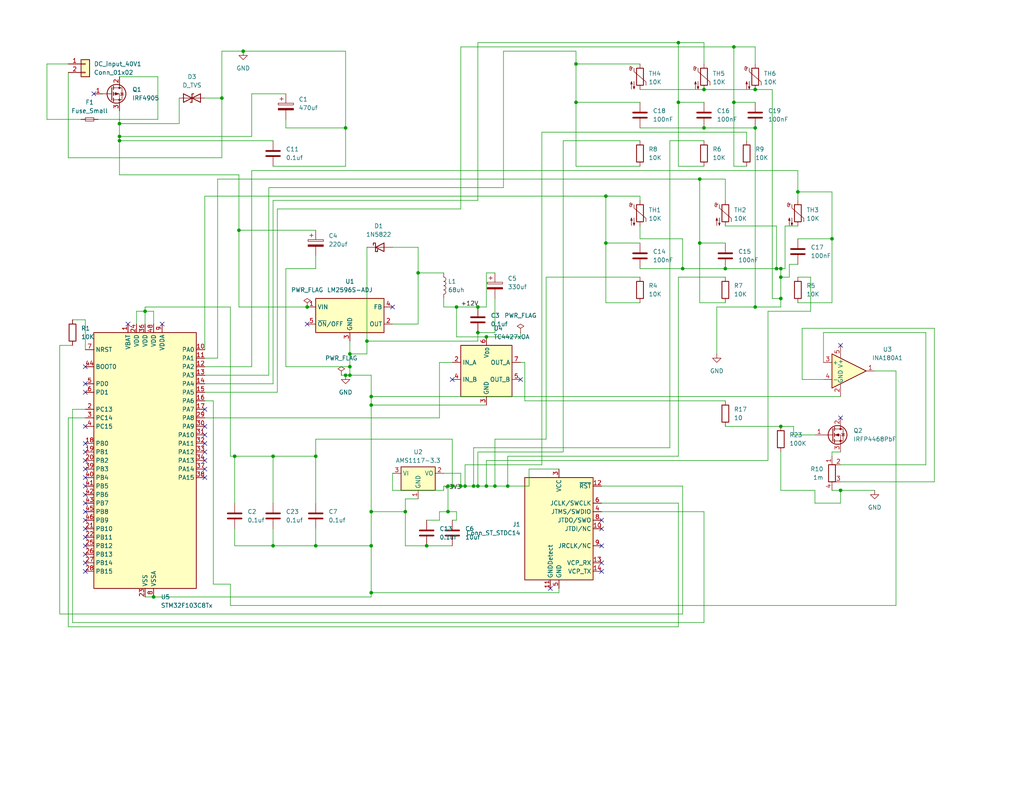
<source format=kicad_sch>
(kicad_sch (version 20250114) (generator "eeschema") (generator_version "9.0")
  (paper "User" 304.8 236.22)
  (lib_symbols
    (symbol "Amplifier_Current:INA180A1" (pin_names (offset 0.127))
      (property "Reference" "U" (at 3.81 3.81 0))
      (property "Value" "INA180A1" (at 3.81 -2.54 0))
      (symbol "INA180A1_1_1"
        (pin input line (at -7.62 2.54 0) (length 2.54) (name "+") (number "3"))
        (pin input line (at -7.62 -2.54 0) (length 2.54) (name "-") (number "4"))
        (pin power_in line (at -2.54 7.62 270) (length 3.81) (name "V+") (number "5"))
        (pin power_in line (at -2.54 -7.62 90) (length 3.81) (name "GND") (number "2"))
        (pin output line (at 7.62 0 180) (length 2.54) (name "~") (number "1"))
      )
    )
    (symbol "Connector:Conn_ST_STDC14"
      (property "Reference" "J" (at -8.89 16.51 0))
      (property "Value" "Conn_ST_STDC14" (at 17.78 16.51 0))
      (symbol "Conn_ST_STDC14_1_1"
        (pin no_connect line (at -10.16 5.08 0) (length 2.54) (hide yes) (name "NC") (number "1"))
        (pin no_connect line (at -10.16 2.54 0) (length 2.54) (hide yes) (name "NC") (number "2"))
        (pin passive line (at -2.54 -17.78 90) (length 2.54) (name "GNDDetect") (number "11"))
        (pin power_in line (at 0 17.78 270) (length 2.54) (name "VCC") (number "3"))
        (pin power_in line (at 0 -17.78 90) (length 2.54) (name "GND") (number "5"))
        (pin passive line (at 0 -17.78 90) (length 2.54) (hide yes) (name "GND") (number "7"))
        (pin open_collector line (at 12.7 12.7 180) (length 2.54) (name "~{RST}") (number "12"))
        (pin output line (at 12.7 7.62 180) (length 2.54) (name "JCLK/SWCLK") (number "6"))
        (pin bidirectional line (at 12.7 5.08 180) (length 2.54) (name "JTMS/SWDIO") (number "4"))
        (pin input line (at 12.7 2.54 180) (length 2.54) (name "JTDO/SWO") (number "8"))
        (pin output line (at 12.7 0 180) (length 2.54) (name "JTDI/NC") (number "10"))
        (pin input line (at 12.7 -5.08 180) (length 2.54) (name "JRCLK/NC") (number "9"))
        (pin output line (at 12.7 -10.16 180) (length 2.54) (name "VCP_RX") (number "13"))
        (pin input line (at 12.7 -12.7 180) (length 2.54) (name "VCP_TX") (number "14"))
      )
    )
    (symbol "Connector_Generic:Conn_01x02" (pin_names (offset 1.016) (hide yes))
      (property "Reference" "J" (at 0 2.54 0))
      (property "Value" "Conn_01x02" (at 0 -5.08 0))
      (symbol "Conn_01x02_1_1"
        (pin passive line (at -5.08 0 0) (length 3.81) (name "Pin_1") (number "1"))
        (pin passive line (at -5.08 -2.54 0) (length 3.81) (name "Pin_2") (number "2"))
      )
    )
    (symbol "Device:C" (pin_numbers (hide yes)) (pin_names (offset 0.254))
      (property "Reference" "C" (at 0.635 2.54 0))
      (property "Value" "C" (at 0.635 -2.54 0))
      (symbol "C_1_1"
        (pin passive line (at 0 3.81 270) (length 2.794) (name "~") (number "1"))
        (pin passive line (at 0 -3.81 90) (length 2.794) (name "~") (number "2"))
      )
    )
    (symbol "Device:C_Polarized" (pin_numbers (hide yes)) (pin_names (offset 0.254))
      (property "Reference" "C" (at 0.635 2.54 0))
      (property "Value" "C_Polarized" (at 0.635 -2.54 0))
      (symbol "C_Polarized_1_1"
        (pin passive line (at 0 3.81 270) (length 2.794) (name "~") (number "1"))
        (pin passive line (at 0 -3.81 90) (length 2.794) (name "~") (number "2"))
      )
    )
    (symbol "Device:D_TVS" (pin_numbers (hide yes)) (pin_names (offset 1.016) (hide yes))
      (property "Reference" "D" (at 0 2.54 0))
      (property "Value" "D_TVS" (at 0 -2.54 0))
      (symbol "D_TVS_1_1"
        (pin passive line (at -3.81 0 0) (length 2.54) (name "A1") (number "1"))
        (pin passive line (at 3.81 0 180) (length 2.54) (name "A2") (number "2"))
      )
    )
    (symbol "Device:Fuse_Small" (pin_numbers (hide yes)) (pin_names (offset 0.254) (hide yes))
      (property "Reference" "F" (at 0 -1.524 0))
      (property "Value" "Fuse_Small" (at 0 1.524 0))
      (symbol "Fuse_Small_1_1"
        (pin passive line (at -2.54 0 0) (length 1.27) (name "~") (number "1"))
        (pin passive line (at 2.54 0 180) (length 1.27) (name "~") (number "2"))
      )
    )
    (symbol "Device:L" (pin_numbers (hide yes)) (pin_names (offset 1.016) (hide yes))
      (property "Reference" "L" (at -1.27 0 90))
      (property "Value" "L" (at 1.905 0 90))
      (symbol "L_1_1"
        (pin passive line (at 0 3.81 270) (length 1.27) (name "1") (number "1"))
        (pin passive line (at 0 -3.81 90) (length 1.27) (name "2") (number "2"))
      )
    )
    (symbol "Device:R" (pin_numbers (hide yes)) (pin_names (offset 0))
      (property "Reference" "R" (at 2.032 0 90))
      (property "Value" "R" (at 0 0 90))
      (symbol "R_1_1"
        (pin passive line (at 0 3.81 270) (length 1.27) (name "~") (number "1"))
        (pin passive line (at 0 -3.81 90) (length 1.27) (name "~") (number "2"))
      )
    )
    (symbol "Device:R_Shunt" (pin_names (offset 0) (hide yes))
      (property "Reference" "R" (at -2.032 0 90))
      (property "Value" "R_Shunt" (at 0 0 90))
      (symbol "R_Shunt_1_1"
        (pin passive line (at 0 5.08 270) (length 2.54) (name "~") (number "1"))
        (pin passive line (at 0 -5.08 90) (length 2.54) (name "~") (number "4"))
        (pin passive line (at 2.54 2.54 180) (length 1.27) (name "~") (number "2"))
        (pin passive line (at 2.54 -2.54 180) (length 1.27) (name "~") (number "3"))
      )
    )
    (symbol "Device:Thermistor_NTC" (pin_numbers (hide yes)) (pin_names (offset 0))
      (property "Reference" "TH" (at -4.445 0 90))
      (property "Value" "Thermistor_NTC" (at 3.175 0 90))
      (symbol "Thermistor_NTC_1_1"
        (pin passive line (at 0 3.81 270) (length 1.27) (name "~") (number "1"))
        (pin passive line (at 0 -3.81 90) (length 1.27) (name "~") (number "2"))
      )
    )
    (symbol "Diode:1N5822" (pin_numbers (hide yes)) (pin_names (offset 1.016) (hide yes))
      (property "Reference" "D" (at 0 2.54 0))
      (property "Value" "1N5822" (at 0 -2.54 0))
      (symbol "1N5822_1_1"
        (pin passive line (at -3.81 0 0) (length 2.54) (name "K") (number "1"))
        (pin passive line (at 3.81 0 180) (length 2.54) (name "A") (number "2"))
      )
    )
    (symbol "Driver_FET:TC4427xOA"
      (property "Reference" "U" (at -7.62 8.89 0))
      (property "Value" "TC4427xOA" (at 1.27 8.89 0))
      (symbol "TC4427xOA_1_1"
        (pin input line (at -10.16 2.54 0) (length 2.54) (name "IN_A") (number "2"))
        (pin input line (at -10.16 -2.54 0) (length 2.54) (name "IN_B") (number "4"))
        (pin no_connect line (at -7.62 0 0) (length 2.54) (hide yes) (name "NC") (number "1"))
        (pin power_in line (at 0 10.16 270) (length 2.54) (name "V_{DD}") (number "6"))
        (pin power_in line (at 0 -10.16 90) (length 2.54) (name "GND") (number "3"))
        (pin no_connect line (at 7.62 0 180) (length 2.54) (hide yes) (name "NC") (number "8"))
        (pin output line (at 10.16 2.54 180) (length 2.54) (name "OUT_A") (number "7"))
        (pin output line (at 10.16 -2.54 180) (length 2.54) (name "OUT_B") (number "5"))
      )
    )
    (symbol "MCU_ST_STM32F1:STM32F103C8Tx"
      (property "Reference" "U" (at -15.24 39.37 0))
      (property "Value" "STM32F103C8Tx" (at 7.62 39.37 0))
      (symbol "STM32F103C8Tx_1_1"
        (pin input line (at -17.78 33.02 0) (length 2.54) (name "NRST") (number "7"))
        (pin input line (at -17.78 27.94 0) (length 2.54) (name "BOOT0") (number "44"))
        (pin bidirectional line (at -17.78 22.86 0) (length 2.54) (name "PD0") (number "5"))
        (pin bidirectional line (at -17.78 20.32 0) (length 2.54) (name "PD1") (number "6"))
        (pin bidirectional line (at -17.78 15.24 0) (length 2.54) (name "PC13") (number "2"))
        (pin bidirectional line (at -17.78 12.7 0) (length 2.54) (name "PC14") (number "3"))
        (pin bidirectional line (at -17.78 10.16 0) (length 2.54) (name "PC15") (number "4"))
        (pin bidirectional line (at -17.78 5.08 0) (length 2.54) (name "PB0") (number "18"))
        (pin bidirectional line (at -17.78 2.54 0) (length 2.54) (name "PB1") (number "19"))
        (pin bidirectional line (at -17.78 0 0) (length 2.54) (name "PB2") (number "20"))
        (pin bidirectional line (at -17.78 -2.54 0) (length 2.54) (name "PB3") (number "39"))
        (pin bidirectional line (at -17.78 -5.08 0) (length 2.54) (name "PB4") (number "40"))
        (pin bidirectional line (at -17.78 -7.62 0) (length 2.54) (name "PB5") (number "41"))
        (pin bidirectional line (at -17.78 -10.16 0) (length 2.54) (name "PB6") (number "42"))
        (pin bidirectional line (at -17.78 -12.7 0) (length 2.54) (name "PB7") (number "43"))
        (pin bidirectional line (at -17.78 -15.24 0) (length 2.54) (name "PB8") (number "45"))
        (pin bidirectional line (at -17.78 -17.78 0) (length 2.54) (name "PB9") (number "46"))
        (pin bidirectional line (at -17.78 -20.32 0) (length 2.54) (name "PB10") (number "21"))
        (pin bidirectional line (at -17.78 -22.86 0) (length 2.54) (name "PB11") (number "22"))
        (pin bidirectional line (at -17.78 -25.4 0) (length 2.54) (name "PB12") (number "25"))
        (pin bidirectional line (at -17.78 -27.94 0) (length 2.54) (name "PB13") (number "26"))
        (pin bidirectional line (at -17.78 -30.48 0) (length 2.54) (name "PB14") (number "27"))
        (pin bidirectional line (at -17.78 -33.02 0) (length 2.54) (name "PB15") (number "28"))
        (pin power_in line (at -5.08 40.64 270) (length 2.54) (name "VBAT") (number "1"))
        (pin power_in line (at -2.54 40.64 270) (length 2.54) (name "VDD") (number "24"))
        (pin power_in line (at 0 40.64 270) (length 2.54) (name "VDD") (number "36"))
        (pin power_in line (at 0 -40.64 90) (length 2.54) (name "VSS") (number "23"))
        (pin passive line (at 0 -40.64 90) (length 2.54) (hide yes) (name "VSS") (number "35"))
        (pin passive line (at 0 -40.64 90) (length 2.54) (hide yes) (name "VSS") (number "47"))
        (pin power_in line (at 2.54 40.64 270) (length 2.54) (name "VDD") (number "48"))
        (pin power_in line (at 2.54 -40.64 90) (length 2.54) (name "VSSA") (number "8"))
        (pin power_in line (at 5.08 40.64 270) (length 2.54) (name "VDDA") (number "9"))
        (pin bidirectional line (at 17.78 33.02 180) (length 2.54) (name "PA0") (number "10"))
        (pin bidirectional line (at 17.78 30.48 180) (length 2.54) (name "PA1") (number "11"))
        (pin bidirectional line (at 17.78 27.94 180) (length 2.54) (name "PA2") (number "12"))
        (pin bidirectional line (at 17.78 25.4 180) (length 2.54) (name "PA3") (number "13"))
        (pin bidirectional line (at 17.78 22.86 180) (length 2.54) (name "PA4") (number "14"))
        (pin bidirectional line (at 17.78 20.32 180) (length 2.54) (name "PA5") (number "15"))
        (pin bidirectional line (at 17.78 17.78 180) (length 2.54) (name "PA6") (number "16"))
        (pin bidirectional line (at 17.78 15.24 180) (length 2.54) (name "PA7") (number "17"))
        (pin bidirectional line (at 17.78 12.7 180) (length 2.54) (name "PA8") (number "29"))
        (pin bidirectional line (at 17.78 10.16 180) (length 2.54) (name "PA9") (number "30"))
        (pin bidirectional line (at 17.78 7.62 180) (length 2.54) (name "PA10") (number "31"))
        (pin bidirectional line (at 17.78 5.08 180) (length 2.54) (name "PA11") (number "32"))
        (pin bidirectional line (at 17.78 2.54 180) (length 2.54) (name "PA12") (number "33"))
        (pin bidirectional line (at 17.78 0 180) (length 2.54) (name "PA13") (number "34"))
        (pin bidirectional line (at 17.78 -2.54 180) (length 2.54) (name "PA14") (number "37"))
        (pin bidirectional line (at 17.78 -5.08 180) (length 2.54) (name "PA15") (number "38"))
      )
    )
    (symbol "Regulator_Linear:AMS1117-3.3"
      (property "Reference" "U" (at -3.81 3.175 0))
      (property "Value" "AMS1117-3.3" (at 0 3.175 0))
      (symbol "AMS1117-3.3_1_1"
        (pin power_in line (at -7.62 0 0) (length 2.54) (name "VI") (number "3"))
        (pin power_in line (at 0 -7.62 90) (length 2.54) (name "GND") (number "1"))
        (pin power_out line (at 7.62 0 180) (length 2.54) (name "VO") (number "2"))
      )
    )
    (symbol "Regulator_Switching:LM2596S-ADJ"
      (property "Reference" "U" (at -10.16 6.35 0))
      (property "Value" "LM2596S-ADJ" (at 0 6.35 0))
      (symbol "LM2596S-ADJ_1_1"
        (pin power_in line (at -12.7 2.54 0) (length 2.54) (name "VIN") (number "1"))
        (pin input line (at -12.7 -2.54 0) (length 2.54) (name "~{ON}/OFF") (number "5"))
        (pin power_in line (at 0 -7.62 90) (length 2.54) (name "GND") (number "3"))
        (pin input line (at 12.7 2.54 180) (length 2.54) (name "FB") (number "4"))
        (pin output line (at 12.7 -2.54 180) (length 2.54) (name "OUT") (number "2"))
      )
    )
    (symbol "Transistor_FET:IRF4905" (pin_names (hide yes))
      (property "Reference" "Q" (at 5.08 1.905 0))
      (property "Value" "IRF4905" (at 5.08 0 0))
      (symbol "IRF4905_1_1"
        (pin input line (at -5.08 0 0) (length 2.54) (name "G") (number "1"))
        (pin passive line (at 2.54 5.08 270) (length 2.54) (name "D") (number "2"))
        (pin passive line (at 2.54 -5.08 90) (length 2.54) (name "S") (number "3"))
      )
    )
    (symbol "Transistor_FET:IRFP4468PbF" (pin_names (hide yes))
      (property "Reference" "Q" (at 5.08 1.905 0))
      (property "Value" "IRFP4468PbF" (at 5.08 0 0))
      (symbol "IRFP4468PbF_1_1"
        (pin input line (at -5.08 0 0) (length 2.54) (name "G") (number "1"))
        (pin passive line (at 2.54 5.08 270) (length 2.54) (name "D") (number "2"))
        (pin passive line (at 2.54 -5.08 90) (length 2.54) (name "S") (number "3"))
      )
    )
    (symbol "power:GND" (power) (pin_numbers (hide yes)) (pin_names (offset 0) (hide yes))
      (property "Value" "GND" (at 0 -3.81 0))
      (symbol "GND_1_1"
        (pin power_in line (at 0 0 270) (length 0) (name "~") (number "1"))
      )
    )
    (symbol "power:PWR_FLAG" (power) (pin_numbers (hide yes)) (pin_names (offset 0) (hide yes))
      (property "Value" "PWR_FLAG" (at 0 3.81 0))
      (symbol "PWR_FLAG_0_0"
        (pin power_out line (at 0 0 90) (length 0) (name "~") (number "1"))
      )
    )
  )
  (junction (at 218.44 30.48))
  (junction (at 151.13 144.78))
  (junction (at 72.39 15.24))
  (junction (at 127 162.56))
  (junction (at 144.78 144.78))
  (junction (at 134.62 144.78))
  (junction (at 137.16 144.78))
  (junction (at 231.14 80.01))
  (junction (at 71.12 68.58))
  (junction (at 232.41 88.9))
  (junction (at 110.49 118.11))
  (junction (at 171.45 19.05))
  (junction (at 104.14 105.41))
  (junction (at 180.34 72.39))
  (junction (at 142.24 144.78))
  (junction (at 171.45 30.48))
  (junction (at 138.43 144.78))
  (junction (at 209.55 38.1))
  (junction (at 110.49 152.4))
  (junction (at 133.35 144.78))
  (junction (at 142.24 99.06))
  (junction (at 69.85 135.89))
  (junction (at 201.93 30.48))
  (junction (at 142.24 91.44))
  (junction (at 93.98 162.56))
  (junction (at 135.89 91.44))
  (junction (at 201.93 12.7))
  (junction (at 208.28 53.34))
  (junction (at 232.41 82.55))
  (junction (at 66.04 29.21))
  (junction (at 232.41 127))
  (junction (at 224.79 91.44))
  (junction (at 208.28 72.39))
  (junction (at 35.56 41.91))
  (junction (at 144.78 100.33))
  (junction (at 215.9 80.01))
  (junction (at 81.28 162.56))
  (junction (at 81.28 135.89))
  (junction (at 104.14 111.76))
  (junction (at 124.46 81.28))
  (junction (at 35.56 40.64))
  (junction (at 110.49 162.56))
  (junction (at 110.49 120.65))
  (junction (at 109.22 101.6))
  (junction (at 224.79 26.67))
  (junction (at 250.19 146.05))
  (junction (at 133.35 152.4))
  (junction (at 232.41 80.01))
  (junction (at 120.65 152.4))
  (junction (at 218.44 13.97))
  (junction (at 110.49 176.53))
  (junction (at 140.97 144.78))
  (junction (at 203.2 80.01))
  (junction (at 102.87 111.76))
  (junction (at 209.55 26.67))
  (junction (at 43.18 92.71))
  (junction (at 224.79 38.1))
  (junction (at 45.72 177.8))
  (junction (at 247.65 71.12))
  (junction (at 180.34 58.42))
  (junction (at 147.32 144.78))
  (junction (at 35.56 36.83))
  (junction (at 104.14 109.22))
  (junction (at 91.44 91.44))
  (junction (at 93.98 135.89))
  (junction (at 237.49 57.15))
  (junction (at 102.87 38.1))
  (no_connect (at 250.19 102.87))
  (no_connect (at 179.07 162.56))
  (no_connect (at 25.4 139.7))
  (no_connect (at 25.4 144.78))
  (no_connect (at 154.94 113.03))
  (no_connect (at 25.4 170.18))
  (no_connect (at 60.96 142.24))
  (no_connect (at 25.4 142.24))
  (no_connect (at 48.26 96.52))
  (no_connect (at 134.62 113.03))
  (no_connect (at 179.07 154.94))
  (no_connect (at 25.4 165.1))
  (no_connect (at 60.96 137.16))
  (no_connect (at 25.4 157.48))
  (no_connect (at 25.4 154.94))
  (no_connect (at 25.4 137.16))
  (no_connect (at 163.83 175.26))
  (no_connect (at 25.4 114.3))
  (no_connect (at 116.84 91.44))
  (no_connect (at 60.96 139.7))
  (no_connect (at 27.94 27.94))
  (no_connect (at 25.4 167.64))
  (no_connect (at 179.07 157.48))
  (no_connect (at 25.4 132.08))
  (no_connect (at 60.96 121.92))
  (no_connect (at 179.07 167.64))
  (no_connect (at 25.4 116.84))
  (no_connect (at 60.96 134.62))
  (no_connect (at 25.4 127))
  (no_connect (at 25.4 109.22))
  (no_connect (at 25.4 160.02))
  (no_connect (at 91.44 96.52))
  (no_connect (at 179.07 170.18))
  (no_connect (at 38.1 96.52))
  (no_connect (at 60.96 127))
  (no_connect (at 25.4 147.32))
  (no_connect (at 250.19 124.46))
  (no_connect (at 60.96 129.54))
  (no_connect (at 25.4 134.62))
  (no_connect (at 25.4 162.56))
  (no_connect (at 60.96 132.08))
  (no_connect (at 25.4 152.4))
  (no_connect (at 25.4 149.86))
  (wire (pts (xy 43.18 177.8) (xy 45.72 177.8)))
  (wire (pts (xy 245.11 99.06) (xy 275.59 99.06)))
  (wire (pts (xy 232.41 134.62) (xy 232.41 146.05)))
  (wire (pts (xy 142.24 12.7) (xy 201.93 12.7)))
  (wire (pts (xy 237.49 67.31) (xy 233.68 67.31)))
  (wire (pts (xy 171.45 30.48) (xy 190.5 30.48)))
  (wire (pts (xy 144.78 100.33) (xy 154.94 100.33)))
  (wire (pts (xy 266.7 110.49) (xy 266.7 180.34)))
  (wire (pts (xy 43.18 92.71) (xy 45.72 92.71)))
  (wire (pts (xy 69.85 135.89) (xy 69.85 149.86)))
  (wire (pts (xy 43.18 92.71) (xy 43.18 91.44)))
  (wire (pts (xy 66.04 15.24) (xy 72.39 15.24)))
  (wire (pts (xy 81.28 59.69) (xy 142.24 59.69)))
  (wire (pts (xy 80.01 111.76) (xy 80.01 55.88)))
  (wire (pts (xy 237.49 57.15) (xy 237.49 59.69)))
  (wire (pts (xy 53.34 29.21) (xy 53.34 36.83)))
  (wire (pts (xy 144.78 120.65) (xy 110.49 120.65)))
  (wire (pts (xy 228.6 137.16) (xy 144.78 137.16)))
  (wire (pts (xy 171.45 49.53) (xy 171.45 30.48)))
  (wire (pts (xy 236.22 129.54) (xy 242.57 129.54)))
  (wire (pts (xy 250.19 118.11) (xy 110.49 118.11)))
  (wire (pts (xy 135.89 91.44) (xy 142.24 91.44)))
  (wire (pts (xy 82.55 62.23) (xy 137.16 62.23)))
  (wire (pts (xy 85.09 38.1) (xy 102.87 38.1)))
  (wire (pts (xy 43.18 91.44) (xy 68.58 91.44)))
  (wire (pts (xy 132.08 140.97) (xy 137.16 140.97)))
  (wire (pts (xy 278.13 97.79) (xy 278.13 143.51)))
  (wire (pts (xy 104.14 109.22) (xy 104.14 111.76)))
  (wire (pts (xy 190.5 59.69) (xy 190.5 58.42)))
  (wire (pts (xy 109.22 101.6) (xy 109.22 105.41)))
  (wire (pts (xy 190.5 67.31) (xy 190.5 71.12)))
  (wire (pts (xy 60.96 116.84) (xy 82.55 116.84)))
  (wire (pts (xy 166.37 175.26) (xy 166.37 176.53)))
  (wire (pts (xy 29.21 35.56) (xy 46.99 35.56)))
  (wire (pts (xy 69.85 157.48) (xy 69.85 162.56)))
  (wire (pts (xy 35.56 33.02) (xy 35.56 36.83)))
  (wire (pts (xy 60.96 106.68) (xy 64.77 106.68)))
  (wire (pts (xy 232.41 82.55) (xy 232.41 88.9)))
  (wire (pts (xy 81.28 135.89) (xy 93.98 135.89)))
  (wire (pts (xy 232.41 80.01) (xy 231.14 80.01)))
  (wire (pts (xy 213.36 91.44) (xy 213.36 105.41)))
  (wire (pts (xy 110.49 162.56) (xy 110.49 176.53)))
  (wire (pts (xy 218.44 13.97) (xy 224.79 13.97)))
  (wire (pts (xy 201.93 135.89) (xy 151.13 135.89)))
  (wire (pts (xy 203.2 144.78) (xy 203.2 182.88)))
  (wire (pts (xy 20.32 19.05) (xy 13.97 19.05)))
  (wire (pts (xy 132.08 91.44) (xy 132.08 88.9)))
  (wire (pts (xy 232.41 80.01) (xy 232.41 82.55)))
  (wire (pts (xy 68.58 135.89) (xy 69.85 135.89)))
  (wire (pts (xy 82.55 116.84) (xy 82.55 62.23)))
  (wire (pts (xy 110.49 152.4) (xy 110.49 162.56)))
  (wire (pts (xy 130.81 107.95) (xy 134.62 107.95)))
  (wire (pts (xy 154.94 100.33) (xy 154.94 99.06)))
  (wire (pts (xy 20.32 186.69) (xy 20.32 124.46)))
  (wire (pts (xy 142.24 91.44) (xy 144.78 91.44)))
  (wire (pts (xy 63.5 173.99) (xy 63.5 119.38)))
  (wire (pts (xy 260.35 110.49) (xy 266.7 110.49)))
  (wire (pts (xy 241.3 82.55) (xy 241.3 92.71)))
  (wire (pts (xy 199.39 41.91) (xy 199.39 133.35)))
  (wire (pts (xy 234.95 78.74) (xy 234.95 82.55)))
  (wire (pts (xy 180.34 72.39) (xy 180.34 90.17)))
  (wire (pts (xy 209.55 185.42) (xy 21.59 185.42)))
  (wire (pts (xy 222.25 49.53) (xy 218.44 49.53)))
  (wire (pts (xy 162.56 130.81) (xy 162.56 82.55)))
  (wire (pts (xy 218.44 30.48) (xy 218.44 13.97)))
  (wire (pts (xy 222.25 41.91) (xy 222.25 39.37)))
  (wire (pts (xy 238.76 113.03) (xy 238.76 97.79)))
  (wire (pts (xy 179.07 144.78) (xy 203.2 144.78)))
  (wire (pts (xy 147.32 144.78) (xy 151.13 144.78)))
  (wire (pts (xy 151.13 144.78) (xy 157.48 144.78)))
  (wire (pts (xy 242.57 149.86) (xy 250.19 149.86)))
  (wire (pts (xy 68.58 173.99) (xy 63.5 173.99)))
  (wire (pts (xy 215.9 80.01) (xy 203.2 80.01)))
  (wire (pts (xy 116.84 73.66) (xy 124.46 73.66)))
  (wire (pts (xy 135.89 152.4) (xy 135.89 154.94)))
  (wire (pts (xy 237.49 78.74) (xy 234.95 78.74)))
  (wire (pts (xy 166.37 139.7) (xy 157.48 139.7)))
  (wire (pts (xy 190.5 26.67) (xy 209.55 26.67)))
  (wire (pts (xy 266.7 180.34) (xy 68.58 180.34)))
  (wire (pts (xy 43.18 92.71) (xy 43.18 96.52)))
  (wire (pts (xy 247.65 135.89) (xy 247.65 134.62)))
  (wire (pts (xy 154.94 107.95) (xy 156.21 107.95)))
  (wire (pts (xy 215.9 90.17) (xy 208.28 90.17)))
  (wire (pts (xy 46.99 35.56) (xy 46.99 22.86)))
  (wire (pts (xy 116.84 96.52) (xy 124.46 96.52)))
  (wire (pts (xy 93.98 76.2) (xy 93.98 80.01)))
  (wire (pts (xy 71.12 68.58) (xy 71.12 91.44)))
  (wire (pts (xy 110.49 120.65) (xy 110.49 152.4)))
  (wire (pts (xy 224.79 26.67) (xy 229.87 26.67)))
  (wire (pts (xy 135.89 100.33) (xy 135.89 91.44)))
  (wire (pts (xy 231.14 67.31) (xy 231.14 80.01)))
  (wire (pts (xy 137.16 13.97) (xy 218.44 13.97)))
  (wire (pts (xy 147.32 130.81) (xy 162.56 130.81)))
  (wire (pts (xy 147.32 81.28) (xy 144.78 81.28)))
  (wire (pts (xy 133.35 144.78) (xy 134.62 144.78)))
  (wire (pts (xy 156.21 119.38) (xy 215.9 119.38)))
  (wire (pts (xy 180.34 90.17) (xy 190.5 90.17)))
  (wire (pts (xy 124.46 96.52) (xy 124.46 81.28)))
  (wire (pts (xy 201.93 186.69) (xy 20.32 186.69)))
  (wire (pts (xy 142.24 101.6) (xy 109.22 101.6)))
  (wire (pts (xy 102.87 15.24) (xy 72.39 15.24)))
  (wire (pts (xy 138.43 138.43) (xy 138.43 144.78)))
  (wire (pts (xy 215.9 127) (xy 232.41 127)))
  (wire (pts (xy 60.96 29.21) (xy 66.04 29.21)))
  (wire (pts (xy 116.84 146.05) (xy 132.08 146.05)))
  (wire (pts (xy 81.28 135.89) (xy 81.28 149.86)))
  (wire (pts (xy 233.68 67.31) (xy 233.68 80.01)))
  (wire (pts (xy 60.96 124.46) (xy 130.81 124.46)))
  (wire (pts (xy 60.96 114.3) (xy 81.28 114.3)))
  (wire (pts (xy 245.11 113.03) (xy 238.76 113.03)))
  (wire (pts (xy 35.56 52.07) (xy 71.12 52.07)))
  (wire (pts (xy 209.55 49.53) (xy 201.93 49.53)))
  (wire (pts (xy 179.07 149.86) (xy 201.93 149.86)))
  (wire (pts (xy 13.97 19.05) (xy 13.97 35.56)))
  (wire (pts (xy 132.08 91.44) (xy 135.89 91.44)))
  (wire (pts (xy 161.29 138.43) (xy 138.43 138.43)))
  (wire (pts (xy 238.76 97.79) (xy 278.13 97.79)))
  (wire (pts (xy 35.56 52.07) (xy 35.56 41.91)))
  (wire (pts (xy 20.32 46.99) (xy 66.04 46.99)))
  (wire (pts (xy 74.93 109.22) (xy 74.93 50.8)))
  (wire (pts (xy 149.86 55.88) (xy 149.86 15.24)))
  (wire (pts (xy 137.16 144.78) (xy 138.43 144.78)))
  (wire (pts (xy 104.14 105.41) (xy 104.14 109.22)))
  (wire (pts (xy 245.11 107.95) (xy 245.11 99.06)))
  (wire (pts (xy 237.49 90.17) (xy 247.65 90.17)))
  (wire (pts (xy 209.55 152.4) (xy 209.55 185.42)))
  (wire (pts (xy 53.34 36.83) (xy 35.56 36.83)))
  (wire (pts (xy 201.93 12.7) (xy 209.55 12.7)))
  (wire (pts (xy 162.56 82.55) (xy 190.5 82.55)))
  (wire (pts (xy 93.98 130.81) (xy 93.98 135.89)))
  (wire (pts (xy 142.24 144.78) (xy 144.78 144.78)))
  (wire (pts (xy 149.86 15.24) (xy 171.45 15.24)))
  (wire (pts (xy 93.98 130.81) (xy 134.62 130.81)))
  (wire (pts (xy 161.29 39.37) (xy 161.29 138.43)))
  (wire (pts (xy 130.81 124.46) (xy 130.81 107.95)))
  (wire (pts (xy 80.01 55.88) (xy 149.86 55.88)))
  (wire (pts (xy 203.2 71.12) (xy 203.2 80.01)))
  (wire (pts (xy 60.96 58.42) (xy 180.34 58.42)))
  (wire (pts (xy 102.87 38.1) (xy 102.87 49.53)))
  (wire (pts (xy 93.98 80.01) (xy 85.09 80.01)))
  (wire (pts (xy 93.98 68.58) (xy 71.12 68.58)))
  (wire (pts (xy 68.58 91.44) (xy 68.58 135.89)))
  (wire (pts (xy 156.21 107.95) (xy 156.21 119.38)))
  (wire (pts (xy 85.09 80.01) (xy 85.09 109.22)))
  (wire (pts (xy 102.87 15.24) (xy 102.87 38.1)))
  (wire (pts (xy 208.28 72.39) (xy 208.28 90.17)))
  (wire (pts (xy 134.62 162.56) (xy 127 162.56)))
  (wire (pts (xy 171.45 19.05) (xy 171.45 15.24)))
  (wire (pts (xy 110.49 111.76) (xy 110.49 118.11)))
  (wire (pts (xy 247.65 146.05) (xy 250.19 146.05)))
  (wire (pts (xy 275.59 138.43) (xy 250.19 138.43)))
  (wire (pts (xy 171.45 19.05) (xy 190.5 19.05)))
  (wire (pts (xy 215.9 82.55) (xy 201.93 82.55)))
  (wire (pts (xy 167.64 41.91) (xy 167.64 134.62)))
  (wire (pts (xy 74.93 50.8) (xy 237.49 50.8)))
  (wire (pts (xy 250.19 143.51) (xy 278.13 143.51)))
  (wire (pts (xy 63.5 119.38) (xy 60.96 119.38)))
  (wire (pts (xy 74.93 40.64) (xy 74.93 27.94)))
  (wire (pts (xy 104.14 101.6) (xy 104.14 105.41)))
  (wire (pts (xy 229.87 88.9) (xy 232.41 88.9)))
  (wire (pts (xy 124.46 81.28) (xy 132.08 81.28)))
  (wire (pts (xy 21.59 102.87) (xy 17.78 102.87)))
  (wire (pts (xy 71.12 52.07) (xy 71.12 68.58)))
  (wire (pts (xy 17.78 102.87) (xy 17.78 182.88)))
  (wire (pts (xy 116.84 140.97) (xy 116.84 146.05)))
  (wire (pts (xy 237.49 82.55) (xy 241.3 82.55)))
  (wire (pts (xy 60.96 109.22) (xy 74.93 109.22)))
  (wire (pts (xy 69.85 135.89) (xy 81.28 135.89)))
  (wire (pts (xy 45.72 177.8) (xy 110.49 177.8)))
  (wire (pts (xy 201.93 82.55) (xy 201.93 135.89)))
  (wire (pts (xy 215.9 53.34) (xy 215.9 59.69)))
  (wire (pts (xy 190.5 80.01) (xy 203.2 80.01)))
  (wire (pts (xy 232.41 127) (xy 236.22 127)))
  (wire (pts (xy 130.81 152.4) (xy 133.35 152.4)))
  (wire (pts (xy 224.79 38.1) (xy 224.79 91.44)))
  (wire (pts (xy 64.77 53.34) (xy 208.28 53.34)))
  (wire (pts (xy 69.85 162.56) (xy 81.28 162.56)))
  (wire (pts (xy 120.65 152.4) (xy 110.49 152.4)))
  (wire (pts (xy 127 154.94) (xy 130.81 154.94)))
  (wire (pts (xy 110.49 176.53) (xy 166.37 176.53)))
  (wire (pts (xy 81.28 162.56) (xy 93.98 162.56)))
  (wire (pts (xy 144.78 100.33) (xy 135.89 100.33)))
  (wire (pts (xy 144.78 137.16) (xy 144.78 144.78)))
  (wire (pts (xy 199.39 133.35) (xy 140.97 133.35)))
  (wire (pts (xy 213.36 91.44) (xy 224.79 91.44)))
  (wire (pts (xy 229.87 26.67) (xy 229.87 88.9)))
  (wire (pts (xy 247.65 134.62) (xy 250.19 134.62)))
  (wire (pts (xy 190.5 38.1) (xy 209.55 38.1)))
  (wire (pts (xy 66.04 46.99) (xy 66.04 29.21)))
  (wire (pts (xy 180.34 72.39) (xy 190.5 72.39)))
  (wire (pts (xy 190.5 41.91) (xy 167.64 41.91)))
  (wire (pts (xy 124.46 73.66) (xy 124.46 81.28)))
  (wire (pts (xy 275.59 99.06) (xy 275.59 138.43)))
  (wire (pts (xy 127 162.56) (xy 120.65 162.56)))
  (wire (pts (xy 201.93 30.48) (xy 201.93 49.53)))
  (wire (pts (xy 224.79 13.97) (xy 224.79 19.05)))
  (wire (pts (xy 110.49 118.11) (xy 110.49 120.65)))
  (wire (pts (xy 71.12 91.44) (xy 91.44 91.44)))
  (wire (pts (xy 93.98 135.89) (xy 93.98 149.86)))
  (wire (pts (xy 144.78 81.28) (xy 144.78 91.44)))
  (wire (pts (xy 157.48 139.7) (xy 157.48 144.78)))
  (wire (pts (xy 201.93 12.7) (xy 201.93 30.48)))
  (wire (pts (xy 224.79 91.44) (xy 232.41 91.44)))
  (wire (pts (xy 231.14 80.01) (xy 215.9 80.01)))
  (wire (pts (xy 201.93 149.86) (xy 201.93 186.69)))
  (wire (pts (xy 35.56 36.83) (xy 35.56 40.64)))
  (wire (pts (xy 140.97 133.35) (xy 140.97 144.78)))
  (wire (pts (xy 142.24 134.62) (xy 142.24 144.78)))
  (wire (pts (xy 134.62 130.81) (xy 134.62 144.78)))
  (wire (pts (xy 218.44 30.48) (xy 224.79 30.48)))
  (wire (pts (xy 81.28 162.56) (xy 81.28 157.48)))
  (wire (pts (xy 85.09 109.22) (xy 104.14 109.22)))
  (wire (pts (xy 233.68 80.01) (xy 232.41 80.01)))
  (wire (pts (xy 81.28 41.91) (xy 35.56 41.91)))
  (wire (pts (xy 237.49 71.12) (xy 247.65 71.12)))
  (wire (pts (xy 132.08 146.05) (xy 132.08 144.78)))
  (wire (pts (xy 110.49 111.76) (xy 104.14 111.76)))
  (wire (pts (xy 232.41 146.05) (xy 242.57 146.05)))
  (wire (pts (xy 151.13 135.89) (xy 151.13 144.78)))
  (wire (pts (xy 137.16 62.23) (xy 137.16 13.97)))
  (wire (pts (xy 167.64 134.62) (xy 142.24 134.62)))
  (wire (pts (xy 138.43 144.78) (xy 140.97 144.78)))
  (wire (pts (xy 35.56 40.64) (xy 74.93 40.64)))
  (wire (pts (xy 68.58 180.34) (xy 68.58 173.99)))
  (wire (pts (xy 147.32 99.06) (xy 142.24 99.06)))
  (wire (pts (xy 215.9 72.39) (xy 208.28 72.39)))
  (wire (pts (xy 147.32 88.9) (xy 147.32 99.06)))
  (wire (pts (xy 179.07 152.4) (xy 209.55 152.4)))
  (wire (pts (xy 142.24 101.6) (xy 142.24 99.06)))
  (wire (pts (xy 60.96 111.76) (xy 80.01 111.76)))
  (wire (pts (xy 46.99 22.86) (xy 35.56 22.86)))
  (wire (pts (xy 203.2 182.88) (xy 17.78 182.88)))
  (wire (pts (xy 242.57 146.05) (xy 242.57 149.86)))
  (wire (pts (xy 215.9 67.31) (xy 231.14 67.31)))
  (wire (pts (xy 132.08 144.78) (xy 133.35 144.78)))
  (wire (pts (xy 60.96 58.42) (xy 60.96 104.14)))
  (wire (pts (xy 93.98 157.48) (xy 93.98 162.56)))
  (wire (pts (xy 237.49 50.8) (xy 237.49 57.15)))
  (wire (pts (xy 110.49 177.8) (xy 110.49 176.53)))
  (wire (pts (xy 208.28 53.34) (xy 215.9 53.34)))
  (wire (pts (xy 218.44 49.53) (xy 218.44 30.48)))
  (wire (pts (xy 85.09 35.56) (xy 85.09 38.1)))
  (wire (pts (xy 35.56 40.64) (xy 35.56 41.91)))
  (wire (pts (xy 81.28 114.3) (xy 81.28 59.69)))
  (wire (pts (xy 130.81 154.94) (xy 130.81 152.4)))
  (wire (pts (xy 209.55 38.1) (xy 224.79 38.1)))
  (wire (pts (xy 140.97 144.78) (xy 142.24 144.78)))
  (wire (pts (xy 228.6 92.71) (xy 228.6 137.16)))
  (wire (pts (xy 147.32 144.78) (xy 147.32 130.81)))
  (wire (pts (xy 190.5 49.53) (xy 171.45 49.53)))
  (wire (pts (xy 120.65 148.59) (xy 120.65 152.4)))
  (wire (pts (xy 81.28 49.53) (xy 102.87 49.53)))
  (wire (pts (xy 190.5 58.42) (xy 180.34 58.42)))
  (wire (pts (xy 20.32 21.59) (xy 20.32 46.99)))
  (wire (pts (xy 133.35 152.4) (xy 135.89 152.4)))
  (wire (pts (xy 247.65 57.15) (xy 247.65 71.12)))
  (wire (pts (xy 21.59 121.92) (xy 25.4 121.92)))
  (wire (pts (xy 222.25 39.37) (xy 161.29 39.37)))
  (wire (pts (xy 236.22 127) (xy 236.22 129.54)))
  (wire (pts (xy 209.55 30.48) (xy 201.93 30.48)))
  (wire (pts (xy 247.65 57.15) (xy 237.49 57.15)))
  (wire (pts (xy 250.19 146.05) (xy 260.35 146.05)))
  (wire (pts (xy 232.41 88.9) (xy 232.41 91.44)))
  (wire (pts (xy 21.59 185.42) (xy 21.59 121.92)))
  (wire (pts (xy 124.46 148.59) (xy 120.65 148.59)))
  (wire (pts (xy 120.65 162.56) (xy 120.65 152.4)))
  (wire (pts (xy 247.65 71.12) (xy 247.65 90.17)))
  (wire (pts (xy 234.95 82.55) (xy 232.41 82.55)))
  (wire (pts (xy 25.4 95.25) (xy 21.59 95.25)))
  (wire (pts (xy 142.24 59.69) (xy 142.24 12.7)))
  (wire (pts (xy 208.28 72.39) (xy 208.28 53.34)))
  (wire (pts (xy 209.55 26.67) (xy 224.79 26.67)))
  (wire (pts (xy 109.22 73.66) (xy 109.22 101.6)))
  (wire (pts (xy 134.62 144.78) (xy 137.16 144.78)))
  (wire (pts (xy 40.64 96.52) (xy 40.64 92.71)))
  (wire (pts (xy 13.97 35.56) (xy 24.13 35.56)))
  (wire (pts (xy 20.32 124.46) (xy 25.4 124.46)))
  (wire (pts (xy 45.72 92.71) (xy 45.72 96.52)))
  (wire (pts (xy 209.55 12.7) (xy 209.55 19.05)))
  (wire (pts (xy 25.4 104.14) (xy 25.4 95.25)))
  (wire (pts (xy 241.3 92.71) (xy 228.6 92.71)))
  (wire (pts (xy 209.55 41.91) (xy 199.39 41.91)))
  (wire (pts (xy 144.78 144.78) (xy 147.32 144.78)))
  (wire (pts (xy 135.89 154.94) (xy 134.62 154.94)))
  (wire (pts (xy 133.35 144.78) (xy 133.35 152.4)))
  (wire (pts (xy 40.64 92.71) (xy 43.18 92.71)))
  (wire (pts (xy 109.22 105.41) (xy 104.14 105.41)))
  (wire (pts (xy 74.93 27.94) (xy 85.09 27.94)))
  (wire (pts (xy 64.77 106.68) (xy 64.77 53.34)))
  (wire (pts (xy 137.16 140.97) (xy 137.16 144.78)))
  (wire (pts (xy 101.6 111.76) (xy 102.87 111.76)))
  (wire (pts (xy 93.98 162.56) (xy 110.49 162.56)))
  (wire (pts (xy 250.19 146.05) (xy 250.19 149.86)))
  (wire (pts (xy 66.04 29.21) (xy 66.04 15.24)))
  (wire (pts (xy 102.87 111.76) (xy 104.14 111.76)))
  (wire (pts (xy 171.45 19.05) (xy 171.45 30.48)))
  (wire (pts (xy 190.5 71.12) (xy 203.2 71.12)))
  (wire (pts (xy 180.34 58.42) (xy 180.34 72.39)))
  (label "+12V" (at 137.16 91.44 0))
  (label "+3V3" (at 132.08 146.05 0))
  (symbol (lib_id "Connector:Conn_ST_STDC14") (at 166.37 157.48 0) (unit 1)
    (property "Reference" "J1" (at 154.94 156.2099 0) (effects (justify right)))
    (property "Value" "Conn_ST_STDC14" (at 154.94 158.7499 0) (effects (justify right)))
    (property "Footprint" "Connector_PinHeader_2.54mm:PinHeader_2x07_P2.54mm_Vertical" (effects (hide yes)))
    (property "Datasheet" "https://www.st.com/content/ccc/resource/technical/document/user_manual/group1/99/49/91/b6/b2/3a/46/e5/DM00526767/files/DM00526767.pdf/jcr:content/translations/en.DM00526767.pdf" (effects (hide yes)))
    (property "Description" "ST Debug Connector, standard ARM Cortex-M SWD and JTAG interface plus UART" (effects (hide yes)))
  )
  (symbol (lib_id "Device:Thermistor_NTC") (at 209.55 22.86 0) (unit 1)
    (property "Reference" "TH5" (at 212.09 21.9074 0) (effects (justify left)))
    (property "Value" "10K" (at 212.09 24.4474 0) (effects (justify left)))
    (property "Footprint" "Resistor_SMD:R_0805_2012Metric" (effects (hide yes)))
    (property "Description" "Temperature dependent resistor, negative temperature coefficient" (effects (hide yes)))
  )
  (symbol (lib_id "Device:C") (at 215.9 76.2 0) (unit 1)
    (property "Reference" "C15" (at 219.71 74.9299 0) (effects (justify left)))
    (property "Value" "100nF" (at 219.71 77.4699 0) (effects (justify left)))
    (property "Footprint" "Capacitor_SMD:C_0805_2012Metric" (effects (hide yes)))
    (property "Description" "Unpolarized capacitor" (effects (hide yes)))
  )
  (symbol (lib_id "Regulator_Switching:LM2596S-ADJ") (at 104.14 93.98 0) (unit 1)
    (property "Reference" "U1" (at 104.14 83.82 0))
    (property "Value" "LM2596S-ADJ" (at 104.14 86.36 0))
    (property "Footprint" "Package_TO_SOT_SMD:TO-263-5_TabPin3" (effects (hide yes)))
    (property "Datasheet" "http://www.ti.com/lit/ds/symlink/lm2596.pdf" (effects (hide yes)))
    (property "Description" "Adjustable 3A Step-Down Voltage Regulator, TO-263" (effects (hide yes)))
  )
  (symbol (lib_id "Device:R") (at 232.41 130.81 0) (unit 1)
    (property "Reference" "R23" (at 234.95 129.5399 0) (effects (justify left)))
    (property "Value" "100K" (at 234.95 132.0799 0) (effects (justify left)))
    (property "Footprint" "Resistor_SMD:R_0805_2012Metric" (effects (hide yes)))
    (property "Description" "Resistor" (effects (hide yes)))
  )
  (symbol (lib_id "MCU_ST_STM32F1:STM32F103C8Tx") (at 43.18 137.16 0) (unit 1)
    (property "Reference" "U5" (at 47.8633 177.8 0) (effects (justify left)))
    (property "Value" "STM32F103C8Tx" (at 47.8633 180.34 0) (effects (justify left)))
    (property "Footprint" "Package_QFP:LQFP-48_7x7mm_P0.5mm" (effects (hide yes)))
    (property "Datasheet" "https://www.st.com/resource/en/datasheet/stm32f103c8.pdf" (effects (hide yes)))
    (property "Description" "STMicroelectronics Arm Cortex-M3 MCU, 64KB flash, 20KB RAM, 72 MHz, 2.0-3.6V, 37 GPIO, LQFP48" (effects (hide yes)))
  )
  (symbol (lib_id "Device:Thermistor_NTC") (at 224.79 22.86 0) (unit 1)
    (property "Reference" "TH6" (at 227.33 21.9074 0) (effects (justify left)))
    (property "Value" "10K" (at 227.33 24.4474 0) (effects (justify left)))
    (property "Footprint" "Resistor_SMD:R_0805_2012Metric" (effects (hide yes)))
    (property "Description" "Temperature dependent resistor, negative temperature coefficient" (effects (hide yes)))
  )
  (symbol (lib_id "Device:R") (at 215.9 123.19 0) (unit 1)
    (property "Reference" "R17" (at 218.44 121.9199 0) (effects (justify left)))
    (property "Value" "10" (at 218.44 124.4599 0) (effects (justify left)))
    (property "Footprint" "Resistor_SMD:R_0805_2012Metric" (effects (hide yes)))
    (property "Description" "Resistor" (effects (hide yes)))
  )
  (symbol (lib_id "Device:C") (at 93.98 153.67 0) (unit 1)
    (property "Reference" "C7" (at 97.79 152.3999 0) (effects (justify left)))
    (property "Value" "0.1uf" (at 97.79 154.9399 0) (effects (justify left)))
    (property "Footprint" "Capacitor_SMD:C_0805_2012Metric" (effects (hide yes)))
    (property "Description" "Unpolarized capacitor" (effects (hide yes)))
  )
  (symbol (lib_id "Device:R") (at 222.25 45.72 0) (unit 1)
    (property "Reference" "R9" (at 224.79 44.4499 0) (effects (justify left)))
    (property "Value" "10K" (at 224.79 46.9899 0) (effects (justify left)))
    (property "Footprint" "Resistor_SMD:R_0805_2012Metric" (effects (hide yes)))
    (property "Description" "Resistor" (effects (hide yes)))
  )
  (symbol (lib_id "Device:C") (at 142.24 95.25 0) (unit 1)
    (property "Reference" "C3" (at 146.05 93.9799 0) (effects (justify left)))
    (property "Value" "0.1uf" (at 146.05 96.5199 0) (effects (justify left)))
    (property "Footprint" "Capacitor_SMD:C_0805_2012Metric" (effects (hide yes)))
    (property "Description" "Unpolarized capacitor" (effects (hide yes)))
  )
  (symbol (lib_id "Device:Thermistor_NTC") (at 215.9 63.5 0) (unit 1)
    (property "Reference" "TH2" (at 218.44 62.5474 0) (effects (justify left)))
    (property "Value" "10K" (at 218.44 65.0874 0) (effects (justify left)))
    (property "Footprint" "Resistor_SMD:R_0805_2012Metric" (effects (hide yes)))
    (property "Description" "Temperature dependent resistor, negative temperature coefficient" (effects (hide yes)))
  )
  (symbol (lib_id "Device:C") (at 69.85 153.67 0) (unit 1)
    (property "Reference" "C2" (at 73.66 152.3999 0) (effects (justify left)))
    (property "Value" "0.1uf" (at 73.66 154.9399 0) (effects (justify left)))
    (property "Footprint" "Capacitor_SMD:C_0805_2012Metric" (effects (hide yes)))
    (property "Description" "Unpolarized capacitor" (effects (hide yes)))
  )
  (symbol (lib_id "Device:C") (at 81.28 153.67 0) (unit 1)
    (property "Reference" "C23" (at 85.09 152.3999 0) (effects (justify left)))
    (property "Value" "0.1uf" (at 85.09 154.9399 0) (effects (justify left)))
    (property "Footprint" "Capacitor_SMD:C_0805_2012Metric" (effects (hide yes)))
    (property "Description" "Unpolarized capacitor" (effects (hide yes)))
  )
  (symbol (lib_id "power:GND") (at 102.87 111.76 0) (unit 1)
    (property "Reference" "#PWR01" (effects (hide yes)))
    (property "Value" "GND" (at 102.87 116.84 0))
    (property "Description" "Power symbol creates a global label with name \"GND\" , ground" (effects (hide yes)))
  )
  (symbol (lib_id "Driver_FET:TC4427xOA") (at 144.78 110.49 0) (unit 1)
    (property "Reference" "U4" (at 146.9233 97.79 0) (effects (justify left)))
    (property "Value" "TC4427xOA" (at 146.9233 100.33 0) (effects (justify left)))
    (property "Footprint" "Package_SO:SOIC-8_3.9x4.9mm_P1.27mm" (effects (hide yes)))
    (property "Datasheet" "https://ww1.microchip.com/downloads/en/DeviceDoc/20001422G.pdf" (effects (hide yes)))
    (property "Description" "1.5A Dual High-Speed Power MOSFET Drivers, 4.5..18V supply, TTL/CMOS compatible inputs, non-inverting drivers, SOIC-8" (effects (hide yes)))
  )
  (symbol (lib_id "Diode:1N5822") (at 113.03 73.66 0) (unit 1)
    (property "Reference" "D1" (at 112.7125 67.31 0))
    (property "Value" "1N5822" (at 112.7125 69.85 0))
    (property "Footprint" "Diode_THT:D_DO-201AD_P15.24mm_Horizontal" (effects (hide yes)))
    (property "Datasheet" "http://www.vishay.com/docs/88526/1n5820.pdf" (effects (hide yes)))
    (property "Description" "40V 3A Schottky Barrier Rectifier Diode, DO-201AD" (effects (hide yes)))
  )
  (symbol (lib_id "Device:R_Shunt") (at 247.65 140.97 0) (unit 1)
    (property "Reference" "R10" (at 245.11 139.6999 0) (effects (justify right)))
    (property "Value" "1m" (at 245.11 142.2399 0) (effects (justify right)))
    (property "Footprint" "Resistor_SMD:R_2512_6332Metric" (effects (hide yes)))
    (property "Description" "Shunt resistor with Kelvin connections" (effects (hide yes)))
  )
  (symbol (lib_id "Device:C") (at 190.5 34.29 0) (unit 1)
    (property "Reference" "C18" (at 194.31 33.0199 0) (effects (justify left)))
    (property "Value" "100nF" (at 194.31 35.5599 0) (effects (justify left)))
    (property "Footprint" "Capacitor_SMD:C_0805_2012Metric" (effects (hide yes)))
    (property "Description" "Unpolarized capacitor" (effects (hide yes)))
  )
  (symbol (lib_id "power:PWR_FLAG") (at 91.44 91.44 0) (unit 1)
    (property "Reference" "#FLG02" (effects (hide yes)))
    (property "Value" "PWR_FLAG" (at 91.44 86.36 0))
    (property "Description" "Special symbol for telling ERC where power comes from" (effects (hide yes)))
  )
  (symbol (lib_id "Device:C") (at 237.49 74.93 0) (unit 1)
    (property "Reference" "C17" (at 241.3 73.6599 0) (effects (justify left)))
    (property "Value" "100nF" (at 241.3 76.1999 0) (effects (justify left)))
    (property "Footprint" "Capacitor_SMD:C_0805_2012Metric" (effects (hide yes)))
    (property "Description" "Unpolarized capacitor" (effects (hide yes)))
  )
  (symbol (lib_id "power:GND") (at 260.35 146.05 0) (unit 1)
    (property "Reference" "#PWR04" (effects (hide yes)))
    (property "Value" "GND" (at 260.35 151.13 0))
    (property "Description" "Power symbol creates a global label with name \"GND\" , ground" (effects (hide yes)))
  )
  (symbol (lib_id "Device:C") (at 190.5 76.2 0) (unit 1)
    (property "Reference" "C14" (at 194.31 74.9299 0) (effects (justify left)))
    (property "Value" "100nF" (at 194.31 77.4699 0) (effects (justify left)))
    (property "Footprint" "Capacitor_SMD:C_0805_2012Metric" (effects (hide yes)))
    (property "Description" "Unpolarized capacitor" (effects (hide yes)))
  )
  (symbol (lib_id "Device:R") (at 237.49 86.36 0) (unit 1)
    (property "Reference" "R5" (at 240.03 85.0899 0) (effects (justify left)))
    (property "Value" "10K" (at 240.03 87.6299 0) (effects (justify left)))
    (property "Footprint" "Resistor_SMD:R_0805_2012Metric" (effects (hide yes)))
    (property "Description" "Resistor" (effects (hide yes)))
  )
  (symbol (lib_id "Device:C") (at 81.28 45.72 0) (unit 1)
    (property "Reference" "C11" (at 85.09 44.4499 0) (effects (justify left)))
    (property "Value" "0.1uf" (at 85.09 46.9899 0) (effects (justify left)))
    (property "Footprint" "Capacitor_SMD:C_0805_2012Metric" (effects (hide yes)))
    (property "Description" "Unpolarized capacitor" (effects (hide yes)))
  )
  (symbol (lib_id "Device:C_Polarized") (at 147.32 85.09 0) (unit 1)
    (property "Reference" "C5" (at 151.13 82.9309 0) (effects (justify left)))
    (property "Value" "330uf" (at 151.13 85.4709 0) (effects (justify left)))
    (property "Footprint" "Capacitor_SMD:C_0805_2012Metric" (effects (hide yes)))
    (property "Description" "Polarized capacitor" (effects (hide yes)))
  )
  (symbol (lib_id "Device:R") (at 190.5 45.72 0) (unit 1)
    (property "Reference" "R8" (at 193.04 44.4499 0) (effects (justify left)))
    (property "Value" "10K" (at 193.04 46.9899 0) (effects (justify left)))
    (property "Footprint" "Resistor_SMD:R_0805_2012Metric" (effects (hide yes)))
    (property "Description" "Resistor" (effects (hide yes)))
  )
  (symbol (lib_id "Device:C_Polarized") (at 85.09 31.75 0) (unit 1)
    (property "Reference" "C1" (at 88.9 29.5909 0) (effects (justify left)))
    (property "Value" "470uf" (at 88.9 32.1309 0) (effects (justify left)))
    (property "Footprint" "Capacitor_THT:CP_Radial_D10.0mm_P5.00mm" (effects (hide yes)))
    (property "Description" "Polarized capacitor" (effects (hide yes)))
  )
  (symbol (lib_id "Connector_Generic:Conn_01x02") (at 25.4 19.05 0) (unit 1)
    (property "Reference" "DC_input_40V1" (at 27.94 19.0499 0) (effects (justify left)))
    (property "Value" "Conn_01x02" (at 27.94 21.5899 0) (effects (justify left)))
    (property "Footprint" "TerminalBlock_Phoenix:TerminalBlock_Phoenix_MKDS-1,5-2-5.08_1x02_P5.08mm_Horizontal" (effects (hide yes)))
    (property "Description" "Generic connector, single row, 01x02, script generated (kicad-library-utils/schlib/autogen/connector/)" (effects (hide yes)))
  )
  (symbol (lib_id "power:GND") (at 213.36 105.41 0) (unit 1)
    (property "Reference" "#PWR03" (effects (hide yes)))
    (property "Value" "GND" (at 213.36 110.49 0))
    (property "Description" "Power symbol creates a global label with name \"GND\" , ground" (effects (hide yes)))
  )
  (symbol (lib_id "Amplifier_Current:INA180A1") (at 252.73 110.49 0) (unit 1)
    (property "Reference" "U3" (at 264.16 104.0698 0))
    (property "Value" "INA180A1" (at 264.16 106.6098 0))
    (property "Footprint" "Package_TO_SOT_SMD:SOT-23-5" (effects (hide yes)))
    (property "Datasheet" "http://www.ti.com/lit/ds/symlink/ina180.pdf" (effects (hide yes)))
    (property "Description" "Current Sense Amplifier, 1 Circuit, Rail-to-Rail, 26V, Gain 20 V/V, SOT-23-5" (effects (hide yes)))
  )
  (symbol (lib_id "Device:Fuse_Small") (at 26.67 35.56 0) (unit 1)
    (property "Reference" "F1" (at 26.67 30.48 0))
    (property "Value" "Fuse_Small" (at 26.67 33.02 0))
    (property "Footprint" "Fuse:Fuse_1206_3216Metric" (effects (hide yes)))
    (property "Description" "Fuse, small symbol" (effects (hide yes)))
  )
  (symbol (lib_id "power:PWR_FLAG") (at 154.94 99.06 0) (unit 1)
    (property "Reference" "#FLG01" (effects (hide yes)))
    (property "Value" "PWR_FLAG" (at 154.94 93.98 0))
    (property "Description" "Special symbol for telling ERC where power comes from" (effects (hide yes)))
  )
  (symbol (lib_id "Device:R") (at 209.55 45.72 0) (unit 1)
    (property "Reference" "R6" (at 212.09 44.4499 0) (effects (justify left)))
    (property "Value" "10K" (at 212.09 46.9899 0) (effects (justify left)))
    (property "Footprint" "Resistor_SMD:R_0805_2012Metric" (effects (hide yes)))
    (property "Description" "Resistor" (effects (hide yes)))
  )
  (symbol (lib_id "Device:R") (at 21.59 99.06 0) (unit 1)
    (property "Reference" "R1" (at 24.13 97.7899 0) (effects (justify left)))
    (property "Value" "10K" (at 24.13 100.3299 0) (effects (justify left)))
    (property "Footprint" "Resistor_SMD:R_0805_2012Metric" (effects (hide yes)))
    (property "Description" "Resistor" (effects (hide yes)))
  )
  (symbol (lib_id "power:PWR_FLAG") (at 101.6 111.76 0) (unit 1)
    (property "Reference" "#FLG03" (effects (hide yes)))
    (property "Value" "PWR_FLAG" (at 101.6 106.68 0))
    (property "Description" "Special symbol for telling ERC where power comes from" (effects (hide yes)))
  )
  (symbol (lib_id "Device:Thermistor_NTC") (at 190.5 22.86 0) (unit 1)
    (property "Reference" "TH4" (at 193.04 21.9074 0) (effects (justify left)))
    (property "Value" "10K" (at 193.04 24.4474 0) (effects (justify left)))
    (property "Footprint" "Resistor_SMD:R_0805_2012Metric" (effects (hide yes)))
    (property "Description" "Temperature dependent resistor, negative temperature coefficient" (effects (hide yes)))
  )
  (symbol (lib_id "Device:C") (at 209.55 34.29 0) (unit 1)
    (property "Reference" "C16" (at 213.36 33.0199 0) (effects (justify left)))
    (property "Value" "100nF" (at 213.36 35.5599 0) (effects (justify left)))
    (property "Footprint" "Capacitor_SMD:C_0805_2012Metric" (effects (hide yes)))
    (property "Description" "Unpolarized capacitor" (effects (hide yes)))
  )
  (symbol (lib_id "Transistor_FET:IRFP4468PbF") (at 247.65 129.54 0) (unit 1)
    (property "Reference" "Q2" (at 254 128.2699 0) (effects (justify left)))
    (property "Value" "IRFP4468PbF" (at 254 130.8099 0) (effects (justify left)))
    (property "Footprint" "Package_TO_SOT_THT:TO-247-3_Vertical" (effects (hide yes)))
    (property "Datasheet" "https://www.infineon.com/dgdl/irfp4468pbf.pdf?fileId=5546d462533600a40153562c73472019" (effects (hide yes)))
    (property "Description" "195A Id, 100V Vds, N-Channel Power MOSFET, TO-247" (effects (hide yes)))
  )
  (symbol (lib_id "Device:L") (at 132.08 85.09 0) (unit 1)
    (property "Reference" "L1" (at 133.35 83.8199 0) (effects (justify left)))
    (property "Value" "68uh" (at 133.35 86.3599 0) (effects (justify left)))
    (property "Footprint" "Inductor_SMD:L_10.4x10.4_H4.8" (effects (hide yes)))
    (property "Description" "Inductor" (effects (hide yes)))
  )
  (symbol (lib_id "Device:C_Polarized") (at 93.98 72.39 0) (unit 1)
    (property "Reference" "C4" (at 97.79 70.2309 0) (effects (justify left)))
    (property "Value" "220uf" (at 97.79 72.7709 0) (effects (justify left)))
    (property "Footprint" "Capacitor_THT:CP_Radial_D10.0mm_P5.00mm" (effects (hide yes)))
    (property "Description" "Polarized capacitor" (effects (hide yes)))
  )
  (symbol (lib_id "Device:D_TVS") (at 57.15 29.21 0) (unit 1)
    (property "Reference" "D3" (at 57.15 22.86 0))
    (property "Value" "D_TVS" (at 57.15 25.4 0))
    (property "Footprint" "Diode_SMD:D_SMB" (effects (hide yes)))
    (property "Description" "Bidirectional transient-voltage-suppression diode" (effects (hide yes)))
  )
  (symbol (lib_id "Regulator_Linear:AMS1117-3.3") (at 124.46 140.97 0) (unit 1)
    (property "Reference" "U2" (at 124.46 134.62 0))
    (property "Value" "AMS1117-3.3" (at 124.46 137.16 0))
    (property "Footprint" "Package_TO_SOT_SMD:SOT-223-3_TabPin2" (effects (hide yes)))
    (property "Datasheet" "http://www.advanced-monolithic.com/pdf/ds1117.pdf" (effects (hide yes)))
    (property "Description" "1A Low Dropout regulator, positive, 3.3V fixed output, SOT-223" (effects (hide yes)))
  )
  (symbol (lib_id "Device:Thermistor_NTC") (at 190.5 63.5 0) (unit 1)
    (property "Reference" "TH1" (at 193.04 62.5474 0) (effects (justify left)))
    (property "Value" "10K" (at 193.04 65.0874 0) (effects (justify left)))
    (property "Footprint" "Resistor_SMD:R_0805_2012Metric" (effects (hide yes)))
    (property "Description" "Temperature dependent resistor, negative temperature coefficient" (effects (hide yes)))
  )
  (symbol (lib_id "power:GND") (at 72.39 15.24 0) (unit 1)
    (property "Reference" "#PWR02" (effects (hide yes)))
    (property "Value" "GND" (at 72.39 20.32 0))
    (property "Description" "Power symbol creates a global label with name \"GND\" , ground" (effects (hide yes)))
  )
  (symbol (lib_id "Device:C") (at 127 158.75 0) (unit 1)
    (property "Reference" "C13" (at 130.81 157.4799 0) (effects (justify left)))
    (property "Value" "0.1uf" (at 130.81 160.0199 0) (effects (justify left)))
    (property "Footprint" "Capacitor_SMD:C_0805_2012Metric" (effects (hide yes)))
    (property "Description" "Unpolarized capacitor" (effects (hide yes)))
  )
  (symbol (lib_id "Device:Thermistor_NTC") (at 237.49 63.5 0) (unit 1)
    (property "Reference" "TH3" (at 240.03 62.5474 0) (effects (justify left)))
    (property "Value" "10K" (at 240.03 65.0874 0) (effects (justify left)))
    (property "Footprint" "Resistor_SMD:R_0805_2012Metric" (effects (hide yes)))
    (property "Description" "Temperature dependent resistor, negative temperature coefficient" (effects (hide yes)))
  )
  (symbol (lib_id "Device:R") (at 190.5 86.36 0) (unit 1)
    (property "Reference" "R4" (at 193.04 85.0899 0) (effects (justify left)))
    (property "Value" "10K" (at 193.04 87.6299 0) (effects (justify left)))
    (property "Footprint" "Resistor_SMD:R_0805_2012Metric" (effects (hide yes)))
    (property "Description" "Resistor" (effects (hide yes)))
  )
  (symbol (lib_id "Transistor_FET:IRF4905") (at 33.02 27.94 0) (unit 1)
    (property "Reference" "Q1" (at 39.37 26.6699 0) (effects (justify left)))
    (property "Value" "IRF4905" (at 39.37 29.2099 0) (effects (justify left)))
    (property "Footprint" "Package_TO_SOT_THT:TO-220-3_Vertical" (effects (hide yes)))
    (property "Datasheet" "http://www.infineon.com/dgdl/irf4905.pdf?fileId=5546d462533600a4015355e32165197c" (effects (hide yes)))
    (property "Description" "-74A Id, -55V Vds, Single P-Channel HEXFET Power MOSFET, 20mOhm Ron, TO-220AB" (effects (hide yes)))
  )
  (symbol (lib_id "Device:C") (at 224.79 34.29 0) (unit 1)
    (property "Reference" "C19" (at 228.6 33.0199 0) (effects (justify left)))
    (property "Value" "100nF" (at 228.6 35.5599 0) (effects (justify left)))
    (property "Footprint" "Capacitor_SMD:C_0805_2012Metric" (effects (hide yes)))
    (property "Description" "Unpolarized capacitor" (effects (hide yes)))
  )
  (symbol (lib_id "Device:R") (at 215.9 86.36 0) (unit 1)
    (property "Reference" "R7" (at 218.44 85.0899 0) (effects (justify left)))
    (property "Value" "10K" (at 218.44 87.6299 0) (effects (justify left)))
    (property "Footprint" "Resistor_SMD:R_0805_2012Metric" (effects (hide yes)))
    (property "Description" "Resistor" (effects (hide yes)))
  )
  (symbol (lib_id "Device:C") (at 134.62 158.75 0) (unit 1)
    (property "Reference" "C6" (at 138.43 157.4799 0) (effects (justify left)))
    (property "Value" "10uf" (at 138.43 160.0199 0) (effects (justify left)))
    (property "Footprint" "Capacitor_SMD:C_0805_2012Metric" (effects (hide yes)))
    (property "Description" "Unpolarized capacitor" (effects (hide yes)))
  )
)
</source>
